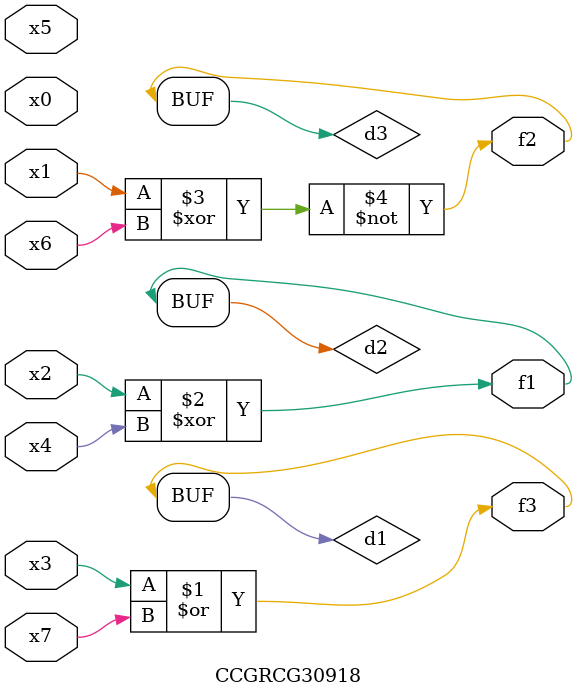
<source format=v>
module CCGRCG30918(
	input x0, x1, x2, x3, x4, x5, x6, x7,
	output f1, f2, f3
);

	wire d1, d2, d3;

	or (d1, x3, x7);
	xor (d2, x2, x4);
	xnor (d3, x1, x6);
	assign f1 = d2;
	assign f2 = d3;
	assign f3 = d1;
endmodule

</source>
